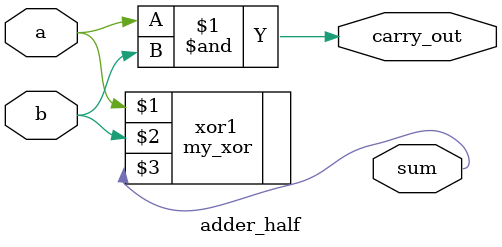
<source format=v>
module adder_half(a, b, sum, carry_out);

input a, b;
output sum, carry_out;

my_xor xor1 (a, b, sum);
and carry_and (carry_out, a, b);

endmodule

/*
a		b		out	carry_out
0		0		0		0
0		1		1		0
1		0		1		0
1		1		0		1
*/

</source>
